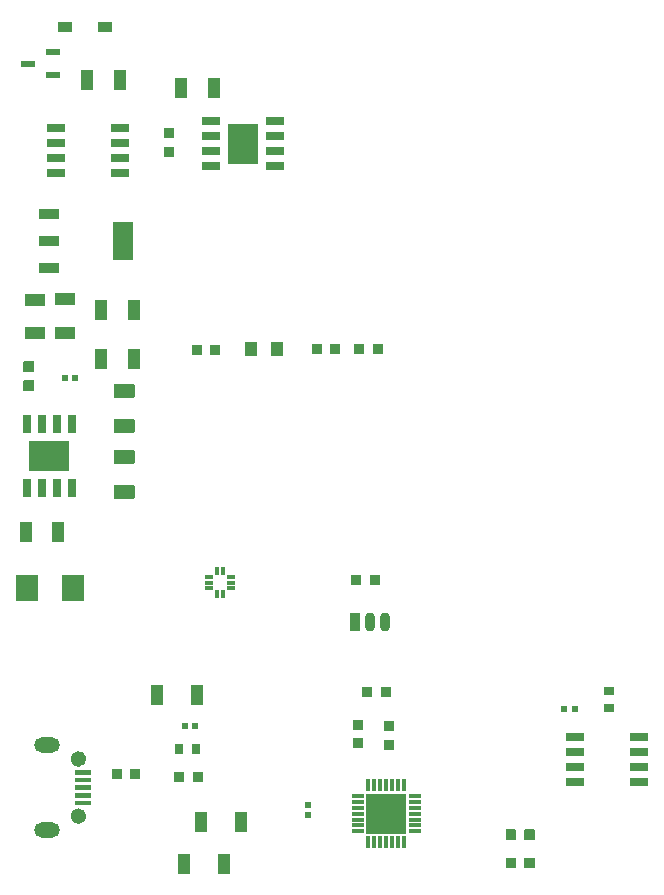
<source format=gbp>
%TF.GenerationSoftware,KiCad,Pcbnew,(6.0.2-0)*%
%TF.CreationDate,2022-04-08T22:13:10+02:00*%
%TF.ProjectId,main,6d61696e-2e6b-4696-9361-645f70636258,rev?*%
%TF.SameCoordinates,Original*%
%TF.FileFunction,Paste,Bot*%
%TF.FilePolarity,Positive*%
%FSLAX46Y46*%
G04 Gerber Fmt 4.6, Leading zero omitted, Abs format (unit mm)*
G04 Created by KiCad (PCBNEW (6.0.2-0)) date 2022-04-08 22:13:10*
%MOMM*%
%LPD*%
G01*
G04 APERTURE LIST*
%ADD10C,0.650000*%
%ADD11R,0.600000X0.620000*%
%ADD12R,0.950000X0.900000*%
%ADD13R,0.900000X0.950000*%
%ADD14R,1.750000X0.950000*%
%ADD15R,1.750000X3.200000*%
%ADD16R,1.701000X1.208000*%
%ADD17R,1.050000X1.820000*%
%ADD18R,1.100000X1.700000*%
%ADD19R,1.525000X0.700000*%
%ADD20R,2.513000X3.402000*%
%ADD21R,1.400000X0.400000*%
%ADD22C,1.300000*%
%ADD23O,2.200000X1.300000*%
%ADD24R,0.806000X0.864000*%
%ADD25R,0.620000X0.600000*%
%ADD26R,1.820000X1.050000*%
%ADD27R,1.250000X0.600000*%
%ADD28R,1.750000X1.050000*%
%ADD29R,0.300000X0.800000*%
%ADD30R,0.800000X0.300000*%
%ADD31R,1.000000X0.300000*%
%ADD32R,0.300000X1.000000*%
%ADD33R,3.350000X3.350000*%
%ADD34R,1.900000X2.200000*%
%ADD35R,0.700000X1.525000*%
%ADD36R,3.402000X2.513000*%
%ADD37R,0.940000X0.730000*%
%ADD38R,0.864000X0.806000*%
%ADD39R,1.525000X0.650000*%
%ADD40R,0.900000X1.600000*%
%ADD41O,0.900000X1.600000*%
%ADD42R,1.200000X0.950000*%
%ADD43R,1.000000X1.250000*%
%ADD44R,0.730000X0.940000*%
G04 APERTURE END LIST*
%TO.C,R3*%
G36*
X100571000Y-68796000D02*
G01*
X100571000Y-69007000D01*
X100671000Y-69107000D01*
X101049000Y-69107000D01*
X101149000Y-69007000D01*
X101149000Y-68796000D01*
X101249000Y-68696000D01*
X101610000Y-68696000D01*
X101710000Y-68796000D01*
X101710000Y-69804000D01*
X101610000Y-69904000D01*
X100110000Y-69904000D01*
X100010000Y-69804000D01*
X100010000Y-68796000D01*
X100110000Y-68696000D01*
X100471000Y-68696000D01*
X100571000Y-68796000D01*
G37*
G36*
X101710000Y-65838000D02*
G01*
X101710000Y-66846000D01*
X101610000Y-66946000D01*
X101249000Y-66946000D01*
X101149000Y-66846000D01*
X101149000Y-66635000D01*
X101049000Y-66535000D01*
X100671000Y-66535000D01*
X100571000Y-66635000D01*
X100571000Y-66846000D01*
X100471000Y-66946000D01*
X100110000Y-66946000D01*
X100010000Y-66846000D01*
X100010000Y-65838000D01*
X100110000Y-65738000D01*
X101610000Y-65738000D01*
X101710000Y-65838000D01*
G37*
D10*
%TO.C,U4*%
X97290000Y-97483200D02*
G75*
G03*
X97290000Y-97483200I-325000J0D01*
G01*
X97290000Y-102333200D02*
G75*
G03*
X97290000Y-102333200I-325000J0D01*
G01*
G36*
X98037000Y-100108200D02*
G01*
X96637000Y-100108200D01*
X96637000Y-99708200D01*
X98037000Y-99708200D01*
X98037000Y-100108200D01*
G37*
G36*
X98037000Y-100758200D02*
G01*
X96637000Y-100758200D01*
X96637000Y-100358200D01*
X98037000Y-100358200D01*
X98037000Y-100758200D01*
G37*
G36*
X98037000Y-98808200D02*
G01*
X96637000Y-98808200D01*
X96637000Y-98408200D01*
X98037000Y-98408200D01*
X98037000Y-98808200D01*
G37*
G36*
X98037000Y-101408200D02*
G01*
X96637000Y-101408200D01*
X96637000Y-101008200D01*
X98037000Y-101008200D01*
X98037000Y-101408200D01*
G37*
G36*
X98037000Y-99458200D02*
G01*
X96637000Y-99458200D01*
X96637000Y-99058200D01*
X98037000Y-99058200D01*
X98037000Y-99458200D01*
G37*
%TO.C,R14*%
G36*
X134011000Y-103486000D02*
G01*
X134011000Y-103728000D01*
X133631000Y-103728000D01*
X133631000Y-104058000D01*
X134011000Y-104058000D01*
X134011000Y-104286000D01*
X133961000Y-104336000D01*
X133171000Y-104336000D01*
X133121000Y-104286000D01*
X133121000Y-103486000D01*
X133171000Y-103436000D01*
X133961000Y-103436000D01*
X134011000Y-103486000D01*
G37*
G36*
X135611000Y-103486000D02*
G01*
X135611000Y-104286000D01*
X135561000Y-104336000D01*
X134761000Y-104336000D01*
X134711000Y-104286000D01*
X134711000Y-104058000D01*
X135081000Y-104058000D01*
X135081000Y-103728000D01*
X134711000Y-103728000D01*
X134711000Y-103486000D01*
X134761000Y-103436000D01*
X135561000Y-103436000D01*
X135611000Y-103486000D01*
G37*
%TO.C,R4*%
G36*
X101710000Y-71396000D02*
G01*
X101710000Y-72404000D01*
X101610000Y-72504000D01*
X101249000Y-72504000D01*
X101149000Y-72404000D01*
X101149000Y-72193000D01*
X101049000Y-72093000D01*
X100671000Y-72093000D01*
X100571000Y-72193000D01*
X100571000Y-72404000D01*
X100471000Y-72504000D01*
X100110000Y-72504000D01*
X100010000Y-72404000D01*
X100010000Y-71396000D01*
X100110000Y-71296000D01*
X101610000Y-71296000D01*
X101710000Y-71396000D01*
G37*
G36*
X100571000Y-74354000D02*
G01*
X100571000Y-74565000D01*
X100671000Y-74665000D01*
X101049000Y-74665000D01*
X101149000Y-74565000D01*
X101149000Y-74354000D01*
X101249000Y-74254000D01*
X101610000Y-74254000D01*
X101710000Y-74354000D01*
X101710000Y-75362000D01*
X101610000Y-75462000D01*
X100110000Y-75462000D01*
X100010000Y-75362000D01*
X100010000Y-74354000D01*
X100110000Y-74254000D01*
X100471000Y-74254000D01*
X100571000Y-74354000D01*
G37*
%TO.C,R6*%
G36*
X92588000Y-65765000D02*
G01*
X92918000Y-65765000D01*
X92918000Y-65395000D01*
X93160000Y-65395000D01*
X93210000Y-65445000D01*
X93210000Y-66245000D01*
X93160000Y-66295000D01*
X92360000Y-66295000D01*
X92310000Y-66245000D01*
X92310000Y-65445000D01*
X92360000Y-65395000D01*
X92588000Y-65395000D01*
X92588000Y-65765000D01*
G37*
G36*
X93210000Y-63855000D02*
G01*
X93210000Y-64645000D01*
X93160000Y-64695000D01*
X92918000Y-64695000D01*
X92918000Y-64315000D01*
X92588000Y-64315000D01*
X92588000Y-64695000D01*
X92360000Y-64695000D01*
X92310000Y-64645000D01*
X92310000Y-63855000D01*
X92360000Y-63805000D01*
X93160000Y-63805000D01*
X93210000Y-63855000D01*
G37*
%TO.C,R15*%
G36*
X135611000Y-105899000D02*
G01*
X135611000Y-106699000D01*
X135561000Y-106749000D01*
X134761000Y-106749000D01*
X134711000Y-106699000D01*
X134711000Y-106471000D01*
X135081000Y-106471000D01*
X135081000Y-106141000D01*
X134711000Y-106141000D01*
X134711000Y-105899000D01*
X134761000Y-105849000D01*
X135561000Y-105849000D01*
X135611000Y-105899000D01*
G37*
G36*
X134011000Y-105899000D02*
G01*
X134011000Y-106141000D01*
X133631000Y-106141000D01*
X133631000Y-106471000D01*
X134011000Y-106471000D01*
X134011000Y-106699000D01*
X133961000Y-106749000D01*
X133171000Y-106749000D01*
X133121000Y-106699000D01*
X133121000Y-105899000D01*
X133171000Y-105849000D01*
X133961000Y-105849000D01*
X134011000Y-105899000D01*
G37*
%TD*%
D11*
%TO.C,C10*%
X139017000Y-93218000D03*
X138097000Y-93218000D03*
%TD*%
D12*
%TO.C,R13*%
X123260000Y-96300000D03*
X123260000Y-94700000D03*
%TD*%
D13*
%TO.C,R11*%
X107060000Y-99050000D03*
X105460000Y-99050000D03*
%TD*%
D14*
%TO.C,IC4*%
X94442400Y-55929400D03*
X94442400Y-53629400D03*
X94442400Y-51329400D03*
D15*
X100742400Y-53629400D03*
%TD*%
D16*
%TO.C,R3*%
X100860000Y-66342000D03*
X100860000Y-69300000D03*
%TD*%
D17*
%TO.C,C4*%
X100474400Y-40040400D03*
X97694400Y-40040400D03*
%TD*%
%TO.C,C8*%
X101650000Y-59496800D03*
X98870000Y-59496800D03*
%TD*%
D18*
%TO.C,D6*%
X105910000Y-106350000D03*
X109310000Y-106350000D03*
%TD*%
D19*
%TO.C,IC3*%
X108198000Y-47305000D03*
X108198000Y-46035000D03*
X108198000Y-44765000D03*
X108198000Y-43495000D03*
X113622000Y-43495000D03*
X113622000Y-44765000D03*
X113622000Y-46035000D03*
X113622000Y-47305000D03*
D20*
X110910000Y-45400000D03*
%TD*%
D21*
%TO.C,U4*%
X97337000Y-101208200D03*
X97337000Y-100558200D03*
X97337000Y-99908200D03*
X97337000Y-99258200D03*
X97337000Y-98608200D03*
D22*
X96965000Y-97483200D03*
D23*
X94295000Y-96308200D03*
X94295000Y-103508200D03*
D22*
X96965000Y-102333200D03*
%TD*%
D13*
%TO.C,D1*%
X117158000Y-62798800D03*
X118658000Y-62798800D03*
%TD*%
D24*
%TO.C,R14*%
X133613000Y-103886000D03*
X135119000Y-103886000D03*
%TD*%
D18*
%TO.C,D4*%
X107010000Y-92100000D03*
X103610000Y-92100000D03*
%TD*%
D25*
%TO.C,C12*%
X116410000Y-101350000D03*
X116410000Y-102270000D03*
%TD*%
D26*
%TO.C,C3*%
X93260000Y-58660000D03*
X93260000Y-61440000D03*
%TD*%
D12*
%TO.C,D8*%
X120660000Y-96100000D03*
X120660000Y-94600000D03*
%TD*%
D27*
%TO.C,Q1*%
X94776000Y-37653000D03*
X94776000Y-39563000D03*
X92676000Y-38608000D03*
%TD*%
D18*
%TO.C,D5*%
X110760000Y-102800000D03*
X107360000Y-102800000D03*
%TD*%
D28*
%TO.C,R5*%
X95810000Y-58550000D03*
X95810000Y-61450000D03*
%TD*%
D29*
%TO.C,U2*%
X108716000Y-81550000D03*
X109216000Y-81550000D03*
D30*
X109916000Y-82050000D03*
X109916000Y-82550000D03*
X109916000Y-83050000D03*
D29*
X109216000Y-83550000D03*
X108716000Y-83550000D03*
D30*
X108016000Y-83050000D03*
X108016000Y-82550000D03*
X108016000Y-82050000D03*
%TD*%
D31*
%TO.C,IC5*%
X120618200Y-103618000D03*
X120618200Y-103118000D03*
X120618200Y-102618000D03*
X120618200Y-102118000D03*
X120618200Y-101618000D03*
X120618200Y-101118000D03*
X120618200Y-100618000D03*
D32*
X121518200Y-99718000D03*
X122018200Y-99718000D03*
X122518200Y-99718000D03*
X123018200Y-99718000D03*
X123518200Y-99718000D03*
X124018200Y-99718000D03*
X124518200Y-99718000D03*
D31*
X125418200Y-100618000D03*
X125418200Y-101118000D03*
X125418200Y-101618000D03*
X125418200Y-102118000D03*
X125418200Y-102618000D03*
X125418200Y-103118000D03*
X125418200Y-103618000D03*
D32*
X124518200Y-104518000D03*
X124018200Y-104518000D03*
X123518200Y-104518000D03*
X123018200Y-104518000D03*
X122518200Y-104518000D03*
X122018200Y-104518000D03*
X121518200Y-104518000D03*
D33*
X123018200Y-102118000D03*
%TD*%
D11*
%TO.C,C5*%
X96710000Y-65250000D03*
X95790000Y-65250000D03*
%TD*%
D34*
%TO.C,L1*%
X92610000Y-83050000D03*
X96510000Y-83050000D03*
%TD*%
D16*
%TO.C,R4*%
X100860000Y-71900000D03*
X100860000Y-74858000D03*
%TD*%
D35*
%TO.C,IC2*%
X96415000Y-74512000D03*
X95145000Y-74512000D03*
X93875000Y-74512000D03*
X92605000Y-74512000D03*
X92605000Y-69088000D03*
X93875000Y-69088000D03*
X95145000Y-69088000D03*
X96415000Y-69088000D03*
D36*
X94510000Y-71800000D03*
%TD*%
D37*
%TO.C,C6*%
X141859000Y-93166000D03*
X141859000Y-91746000D03*
%TD*%
D38*
%TO.C,R6*%
X92760000Y-64297000D03*
X92760000Y-65803000D03*
%TD*%
D39*
%TO.C,IC1*%
X100502000Y-44069000D03*
X100502000Y-45339000D03*
X100502000Y-46609000D03*
X100502000Y-47879000D03*
X95078000Y-47879000D03*
X95078000Y-46609000D03*
X95078000Y-45339000D03*
X95078000Y-44069000D03*
%TD*%
D40*
%TO.C,U1*%
X120396000Y-85852000D03*
D41*
X121666000Y-85852000D03*
X122936000Y-85852000D03*
%TD*%
D39*
%TO.C,U3*%
X144444000Y-95631000D03*
X144444000Y-96901000D03*
X144444000Y-98171000D03*
X144444000Y-99441000D03*
X139020000Y-99441000D03*
X139020000Y-98171000D03*
X139020000Y-96901000D03*
X139020000Y-95631000D03*
%TD*%
D42*
%TO.C,D3*%
X95800000Y-35500000D03*
X99200000Y-35500000D03*
%TD*%
D12*
%TO.C,R7*%
X104660000Y-46100000D03*
X104660000Y-44500000D03*
%TD*%
D13*
%TO.C,D7*%
X100260000Y-98800000D03*
X101760000Y-98800000D03*
%TD*%
D17*
%TO.C,C7*%
X101650000Y-63611600D03*
X98870000Y-63611600D03*
%TD*%
%TO.C,C1*%
X92480000Y-78300000D03*
X95260000Y-78300000D03*
%TD*%
D13*
%TO.C,C9*%
X122053000Y-82331400D03*
X120453000Y-82331400D03*
%TD*%
%TO.C,R1*%
X122339400Y-62798800D03*
X120739400Y-62798800D03*
%TD*%
D43*
%TO.C,D2*%
X113805200Y-62773400D03*
X111605200Y-62773400D03*
%TD*%
D17*
%TO.C,C2*%
X108410000Y-40700000D03*
X105630000Y-40700000D03*
%TD*%
D13*
%TO.C,R12*%
X122960000Y-91800000D03*
X121360000Y-91800000D03*
%TD*%
D24*
%TO.C,R15*%
X133613000Y-106299000D03*
X135119000Y-106299000D03*
%TD*%
D13*
%TO.C,R2*%
X106960000Y-62824200D03*
X108560000Y-62824200D03*
%TD*%
D44*
%TO.C,C11*%
X105468000Y-96606200D03*
X106888000Y-96606200D03*
%TD*%
D11*
%TO.C,C13*%
X105947800Y-94726600D03*
X106867800Y-94726600D03*
%TD*%
M02*

</source>
